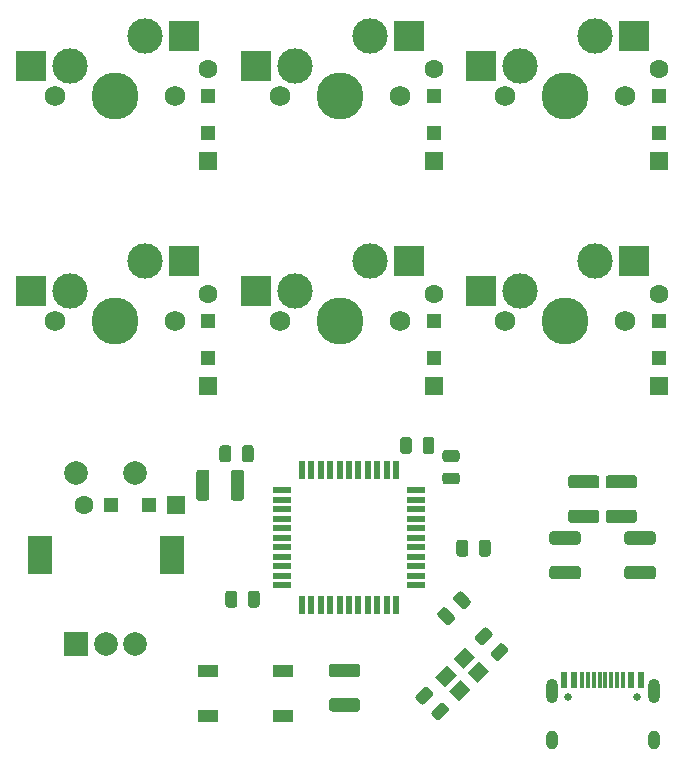
<source format=gbr>
%TF.GenerationSoftware,KiCad,Pcbnew,(5.1.8)-1*%
%TF.CreationDate,2020-11-20T23:41:01-06:00*%
%TF.ProjectId,testpcb,74657374-7063-4622-9e6b-696361645f70,0*%
%TF.SameCoordinates,Original*%
%TF.FileFunction,Soldermask,Bot*%
%TF.FilePolarity,Negative*%
%FSLAX46Y46*%
G04 Gerber Fmt 4.6, Leading zero omitted, Abs format (unit mm)*
G04 Created by KiCad (PCBNEW (5.1.8)-1) date 2020-11-20 23:41:01*
%MOMM*%
%LPD*%
G01*
G04 APERTURE LIST*
%ADD10R,1.500000X0.550000*%
%ADD11R,0.550000X1.500000*%
%ADD12R,2.550000X2.500000*%
%ADD13C,1.750000*%
%ADD14C,3.000000*%
%ADD15C,3.987800*%
%ADD16R,0.600000X1.450000*%
%ADD17R,0.300000X1.450000*%
%ADD18C,0.650000*%
%ADD19O,1.000000X2.100000*%
%ADD20O,1.000000X1.600000*%
%ADD21C,0.100000*%
%ADD22C,1.600000*%
%ADD23R,1.600000X1.600000*%
%ADD24R,1.200000X1.200000*%
%ADD25R,1.700000X1.000000*%
%ADD26R,2.000000X2.000000*%
%ADD27C,2.000000*%
%ADD28R,2.000000X3.200000*%
G04 APERTURE END LIST*
D10*
%TO.C,U1*%
X82662000Y-66739000D03*
X82662000Y-67539000D03*
X82662000Y-68339000D03*
X82662000Y-69139000D03*
X82662000Y-69939000D03*
X82662000Y-70739000D03*
X82662000Y-71539000D03*
X82662000Y-72339000D03*
X82662000Y-73139000D03*
X82662000Y-73939000D03*
X82662000Y-74739000D03*
D11*
X80962000Y-76439000D03*
X80162000Y-76439000D03*
X79362000Y-76439000D03*
X78562000Y-76439000D03*
X77762000Y-76439000D03*
X76962000Y-76439000D03*
X76162000Y-76439000D03*
X75362000Y-76439000D03*
X74562000Y-76439000D03*
X73762000Y-76439000D03*
X72962000Y-76439000D03*
D10*
X71262000Y-74739000D03*
X71262000Y-73939000D03*
X71262000Y-73139000D03*
X71262000Y-72339000D03*
X71262000Y-71539000D03*
X71262000Y-70739000D03*
X71262000Y-69939000D03*
X71262000Y-69139000D03*
X71262000Y-68339000D03*
X71262000Y-67539000D03*
X71262000Y-66739000D03*
D11*
X72962000Y-65039000D03*
X73762000Y-65039000D03*
X74562000Y-65039000D03*
X75362000Y-65039000D03*
X76162000Y-65039000D03*
X76962000Y-65039000D03*
X77762000Y-65039000D03*
X78562000Y-65039000D03*
X79362000Y-65039000D03*
X80162000Y-65039000D03*
X80962000Y-65039000D03*
%TD*%
D12*
%TO.C,K6*%
X101092000Y-47307500D03*
X88165000Y-49847500D03*
D13*
X100330000Y-52387500D03*
X90170000Y-52387500D03*
D14*
X91440000Y-49847500D03*
D15*
X95250000Y-52387500D03*
D14*
X97790000Y-47307500D03*
%TD*%
D12*
%TO.C,K5*%
X101092000Y-28257500D03*
X88165000Y-30797500D03*
D13*
X100330000Y-33337500D03*
X90170000Y-33337500D03*
D14*
X91440000Y-30797500D03*
D15*
X95250000Y-33337500D03*
D14*
X97790000Y-28257500D03*
%TD*%
D12*
%TO.C,K4*%
X82042000Y-47307500D03*
X69115000Y-49847500D03*
D13*
X81280000Y-52387500D03*
X71120000Y-52387500D03*
D14*
X72390000Y-49847500D03*
D15*
X76200000Y-52387500D03*
D14*
X78740000Y-47307500D03*
%TD*%
D12*
%TO.C,K3*%
X82042000Y-28257500D03*
X69115000Y-30797500D03*
D13*
X81280000Y-33337500D03*
X71120000Y-33337500D03*
D14*
X72390000Y-30797500D03*
D15*
X76200000Y-33337500D03*
D14*
X78740000Y-28257500D03*
%TD*%
D12*
%TO.C,K2*%
X62992000Y-47307500D03*
X50065000Y-49847500D03*
D13*
X62230000Y-52387500D03*
X52070000Y-52387500D03*
D14*
X53340000Y-49847500D03*
D15*
X57150000Y-52387500D03*
D14*
X59690000Y-47307500D03*
%TD*%
D12*
%TO.C,K1*%
X62992000Y-28257500D03*
X50065000Y-30797500D03*
D13*
X62230000Y-33337500D03*
X52070000Y-33337500D03*
D14*
X53340000Y-30797500D03*
D15*
X57150000Y-33337500D03*
D14*
X59690000Y-28257500D03*
%TD*%
D16*
%TO.C,J1*%
X95200000Y-82792500D03*
X101650000Y-82792500D03*
X95975000Y-82792500D03*
X100875000Y-82792500D03*
D17*
X100175000Y-82792500D03*
X96675000Y-82792500D03*
X99675000Y-82792500D03*
X97175000Y-82792500D03*
X99175000Y-82792500D03*
X97675000Y-82792500D03*
X98175000Y-82792500D03*
X98675000Y-82792500D03*
D18*
X95535000Y-84237500D03*
X101315000Y-84237500D03*
D19*
X102745000Y-83707500D03*
X94105000Y-83707500D03*
D20*
X102745000Y-87887500D03*
X94105000Y-87887500D03*
%TD*%
D21*
%TO.C,Y1*%
G36*
X86797988Y-79997903D02*
G01*
X87646516Y-80846431D01*
X86656566Y-81836381D01*
X85808038Y-80987853D01*
X86797988Y-79997903D01*
G37*
G36*
X85242353Y-81553538D02*
G01*
X86090881Y-82402066D01*
X85100931Y-83392016D01*
X84252403Y-82543488D01*
X85242353Y-81553538D01*
G37*
G36*
X86444434Y-82755619D02*
G01*
X87292962Y-83604147D01*
X86303012Y-84594097D01*
X85454484Y-83745569D01*
X86444434Y-82755619D01*
G37*
G36*
X88000069Y-81199984D02*
G01*
X88848597Y-82048512D01*
X87858647Y-83038462D01*
X87010119Y-82189934D01*
X88000069Y-81199984D01*
G37*
%TD*%
%TO.C,C1*%
G36*
G01*
X83992822Y-85426573D02*
X84664573Y-84754822D01*
G75*
G02*
X85018127Y-84754822I176777J-176777D01*
G01*
X85371680Y-85108375D01*
G75*
G02*
X85371680Y-85461929I-176777J-176777D01*
G01*
X84699929Y-86133680D01*
G75*
G02*
X84346375Y-86133680I-176777J176777D01*
G01*
X83992822Y-85780127D01*
G75*
G02*
X83992822Y-85426573I176777J176777D01*
G01*
G37*
G36*
G01*
X82649320Y-84083071D02*
X83321071Y-83411320D01*
G75*
G02*
X83674625Y-83411320I176777J-176777D01*
G01*
X84028178Y-83764873D01*
G75*
G02*
X84028178Y-84118427I-176777J-176777D01*
G01*
X83356427Y-84790178D01*
G75*
G02*
X83002873Y-84790178I-176777J176777D01*
G01*
X82649320Y-84436625D01*
G75*
G02*
X82649320Y-84083071I176777J176777D01*
G01*
G37*
%TD*%
%TO.C,C2*%
G36*
G01*
X87665820Y-79066571D02*
X88337571Y-78394820D01*
G75*
G02*
X88691125Y-78394820I176777J-176777D01*
G01*
X89044678Y-78748373D01*
G75*
G02*
X89044678Y-79101927I-176777J-176777D01*
G01*
X88372927Y-79773678D01*
G75*
G02*
X88019373Y-79773678I-176777J176777D01*
G01*
X87665820Y-79420125D01*
G75*
G02*
X87665820Y-79066571I176777J176777D01*
G01*
G37*
G36*
G01*
X89009322Y-80410073D02*
X89681073Y-79738322D01*
G75*
G02*
X90034627Y-79738322I176777J-176777D01*
G01*
X90388180Y-80091875D01*
G75*
G02*
X90388180Y-80445429I-176777J-176777D01*
G01*
X89716429Y-81117180D01*
G75*
G02*
X89362875Y-81117180I-176777J176777D01*
G01*
X89009322Y-80763627D01*
G75*
G02*
X89009322Y-80410073I176777J176777D01*
G01*
G37*
%TD*%
%TO.C,C3*%
G36*
G01*
X86073000Y-66220000D02*
X85123000Y-66220000D01*
G75*
G02*
X84873000Y-65970000I0J250000D01*
G01*
X84873000Y-65470000D01*
G75*
G02*
X85123000Y-65220000I250000J0D01*
G01*
X86073000Y-65220000D01*
G75*
G02*
X86323000Y-65470000I0J-250000D01*
G01*
X86323000Y-65970000D01*
G75*
G02*
X86073000Y-66220000I-250000J0D01*
G01*
G37*
G36*
G01*
X86073000Y-64320000D02*
X85123000Y-64320000D01*
G75*
G02*
X84873000Y-64070000I0J250000D01*
G01*
X84873000Y-63570000D01*
G75*
G02*
X85123000Y-63320000I250000J0D01*
G01*
X86073000Y-63320000D01*
G75*
G02*
X86323000Y-63570000I0J-250000D01*
G01*
X86323000Y-64070000D01*
G75*
G02*
X86073000Y-64320000I-250000J0D01*
G01*
G37*
%TD*%
%TO.C,C4*%
G36*
G01*
X66987000Y-63152000D02*
X66987000Y-64102000D01*
G75*
G02*
X66737000Y-64352000I-250000J0D01*
G01*
X66237000Y-64352000D01*
G75*
G02*
X65987000Y-64102000I0J250000D01*
G01*
X65987000Y-63152000D01*
G75*
G02*
X66237000Y-62902000I250000J0D01*
G01*
X66737000Y-62902000D01*
G75*
G02*
X66987000Y-63152000I0J-250000D01*
G01*
G37*
G36*
G01*
X68887000Y-63152000D02*
X68887000Y-64102000D01*
G75*
G02*
X68637000Y-64352000I-250000J0D01*
G01*
X68137000Y-64352000D01*
G75*
G02*
X67887000Y-64102000I0J250000D01*
G01*
X67887000Y-63152000D01*
G75*
G02*
X68137000Y-62902000I250000J0D01*
G01*
X68637000Y-62902000D01*
G75*
G02*
X68887000Y-63152000I0J-250000D01*
G01*
G37*
%TD*%
%TO.C,C5*%
G36*
G01*
X85162571Y-78069180D02*
X84490820Y-77397429D01*
G75*
G02*
X84490820Y-77043875I176777J176777D01*
G01*
X84844373Y-76690322D01*
G75*
G02*
X85197927Y-76690322I176777J-176777D01*
G01*
X85869678Y-77362073D01*
G75*
G02*
X85869678Y-77715627I-176777J-176777D01*
G01*
X85516125Y-78069180D01*
G75*
G02*
X85162571Y-78069180I-176777J176777D01*
G01*
G37*
G36*
G01*
X86506073Y-76725678D02*
X85834322Y-76053927D01*
G75*
G02*
X85834322Y-75700373I176777J176777D01*
G01*
X86187875Y-75346820D01*
G75*
G02*
X86541429Y-75346820I176777J-176777D01*
G01*
X87213180Y-76018571D01*
G75*
G02*
X87213180Y-76372125I-176777J-176777D01*
G01*
X86859627Y-76725678D01*
G75*
G02*
X86506073Y-76725678I-176777J176777D01*
G01*
G37*
%TD*%
%TO.C,C6*%
G36*
G01*
X67495000Y-75471000D02*
X67495000Y-76421000D01*
G75*
G02*
X67245000Y-76671000I-250000J0D01*
G01*
X66745000Y-76671000D01*
G75*
G02*
X66495000Y-76421000I0J250000D01*
G01*
X66495000Y-75471000D01*
G75*
G02*
X66745000Y-75221000I250000J0D01*
G01*
X67245000Y-75221000D01*
G75*
G02*
X67495000Y-75471000I0J-250000D01*
G01*
G37*
G36*
G01*
X69395000Y-75471000D02*
X69395000Y-76421000D01*
G75*
G02*
X69145000Y-76671000I-250000J0D01*
G01*
X68645000Y-76671000D01*
G75*
G02*
X68395000Y-76421000I0J250000D01*
G01*
X68395000Y-75471000D01*
G75*
G02*
X68645000Y-75221000I250000J0D01*
G01*
X69145000Y-75221000D01*
G75*
G02*
X69395000Y-75471000I0J-250000D01*
G01*
G37*
%TD*%
%TO.C,C7*%
G36*
G01*
X81290500Y-63403500D02*
X81290500Y-62453500D01*
G75*
G02*
X81540500Y-62203500I250000J0D01*
G01*
X82040500Y-62203500D01*
G75*
G02*
X82290500Y-62453500I0J-250000D01*
G01*
X82290500Y-63403500D01*
G75*
G02*
X82040500Y-63653500I-250000J0D01*
G01*
X81540500Y-63653500D01*
G75*
G02*
X81290500Y-63403500I0J250000D01*
G01*
G37*
G36*
G01*
X83190500Y-63403500D02*
X83190500Y-62453500D01*
G75*
G02*
X83440500Y-62203500I250000J0D01*
G01*
X83940500Y-62203500D01*
G75*
G02*
X84190500Y-62453500I0J-250000D01*
G01*
X84190500Y-63403500D01*
G75*
G02*
X83940500Y-63653500I-250000J0D01*
G01*
X83440500Y-63653500D01*
G75*
G02*
X83190500Y-63403500I0J250000D01*
G01*
G37*
%TD*%
%TO.C,C8*%
G36*
G01*
X87953000Y-72103000D02*
X87953000Y-71153000D01*
G75*
G02*
X88203000Y-70903000I250000J0D01*
G01*
X88703000Y-70903000D01*
G75*
G02*
X88953000Y-71153000I0J-250000D01*
G01*
X88953000Y-72103000D01*
G75*
G02*
X88703000Y-72353000I-250000J0D01*
G01*
X88203000Y-72353000D01*
G75*
G02*
X87953000Y-72103000I0J250000D01*
G01*
G37*
G36*
G01*
X86053000Y-72103000D02*
X86053000Y-71153000D01*
G75*
G02*
X86303000Y-70903000I250000J0D01*
G01*
X86803000Y-70903000D01*
G75*
G02*
X87053000Y-71153000I0J-250000D01*
G01*
X87053000Y-72103000D01*
G75*
G02*
X86803000Y-72353000I-250000J0D01*
G01*
X86303000Y-72353000D01*
G75*
G02*
X86053000Y-72103000I0J250000D01*
G01*
G37*
%TD*%
D22*
%TO.C,D1*%
X65024000Y-31025000D03*
D23*
X65024000Y-38825000D03*
D24*
X65024000Y-36500000D03*
X65024000Y-33350000D03*
%TD*%
%TO.C,D2*%
X65024000Y-52400000D03*
X65024000Y-55550000D03*
D23*
X65024000Y-57875000D03*
D22*
X65024000Y-50075000D03*
%TD*%
%TO.C,D3*%
X84137500Y-31025000D03*
D23*
X84137500Y-38825000D03*
D24*
X84137500Y-36500000D03*
X84137500Y-33350000D03*
%TD*%
%TO.C,D4*%
X84137500Y-52400000D03*
X84137500Y-55550000D03*
D23*
X84137500Y-57875000D03*
D22*
X84137500Y-50075000D03*
%TD*%
D24*
%TO.C,D5*%
X103187500Y-33350000D03*
X103187500Y-36500000D03*
D23*
X103187500Y-38825000D03*
D22*
X103187500Y-31025000D03*
%TD*%
D24*
%TO.C,D6*%
X103187500Y-52400000D03*
X103187500Y-55550000D03*
D23*
X103187500Y-57875000D03*
D22*
X103187500Y-50075000D03*
%TD*%
%TO.C,D7*%
X54520000Y-67945000D03*
D23*
X62320000Y-67945000D03*
D24*
X59995000Y-67945000D03*
X56845000Y-67945000D03*
%TD*%
%TO.C,R1*%
G36*
G01*
X77656003Y-85464000D02*
X75505997Y-85464000D01*
G75*
G02*
X75256000Y-85214003I0J249997D01*
G01*
X75256000Y-84588997D01*
G75*
G02*
X75505997Y-84339000I249997J0D01*
G01*
X77656003Y-84339000D01*
G75*
G02*
X77906000Y-84588997I0J-249997D01*
G01*
X77906000Y-85214003D01*
G75*
G02*
X77656003Y-85464000I-249997J0D01*
G01*
G37*
G36*
G01*
X77656003Y-82539000D02*
X75505997Y-82539000D01*
G75*
G02*
X75256000Y-82289003I0J249997D01*
G01*
X75256000Y-81663997D01*
G75*
G02*
X75505997Y-81414000I249997J0D01*
G01*
X77656003Y-81414000D01*
G75*
G02*
X77906000Y-81663997I0J-249997D01*
G01*
X77906000Y-82289003D01*
G75*
G02*
X77656003Y-82539000I-249997J0D01*
G01*
G37*
%TD*%
%TO.C,R2*%
G36*
G01*
X66940000Y-67369003D02*
X66940000Y-65218997D01*
G75*
G02*
X67189997Y-64969000I249997J0D01*
G01*
X67815003Y-64969000D01*
G75*
G02*
X68065000Y-65218997I0J-249997D01*
G01*
X68065000Y-67369003D01*
G75*
G02*
X67815003Y-67619000I-249997J0D01*
G01*
X67189997Y-67619000D01*
G75*
G02*
X66940000Y-67369003I0J249997D01*
G01*
G37*
G36*
G01*
X64015000Y-67369003D02*
X64015000Y-65218997D01*
G75*
G02*
X64264997Y-64969000I249997J0D01*
G01*
X64890003Y-64969000D01*
G75*
G02*
X65140000Y-65218997I0J-249997D01*
G01*
X65140000Y-67369003D01*
G75*
G02*
X64890003Y-67619000I-249997J0D01*
G01*
X64264997Y-67619000D01*
G75*
G02*
X64015000Y-67369003I0J249997D01*
G01*
G37*
%TD*%
%TO.C,R3*%
G36*
G01*
X100524997Y-73131250D02*
X102675003Y-73131250D01*
G75*
G02*
X102925000Y-73381247I0J-249997D01*
G01*
X102925000Y-74006253D01*
G75*
G02*
X102675003Y-74256250I-249997J0D01*
G01*
X100524997Y-74256250D01*
G75*
G02*
X100275000Y-74006253I0J249997D01*
G01*
X100275000Y-73381247D01*
G75*
G02*
X100524997Y-73131250I249997J0D01*
G01*
G37*
G36*
G01*
X100524997Y-70206250D02*
X102675003Y-70206250D01*
G75*
G02*
X102925000Y-70456247I0J-249997D01*
G01*
X102925000Y-71081253D01*
G75*
G02*
X102675003Y-71331250I-249997J0D01*
G01*
X100524997Y-71331250D01*
G75*
G02*
X100275000Y-71081253I0J249997D01*
G01*
X100275000Y-70456247D01*
G75*
G02*
X100524997Y-70206250I249997J0D01*
G01*
G37*
%TD*%
%TO.C,R4*%
G36*
G01*
X94174997Y-70206250D02*
X96325003Y-70206250D01*
G75*
G02*
X96575000Y-70456247I0J-249997D01*
G01*
X96575000Y-71081253D01*
G75*
G02*
X96325003Y-71331250I-249997J0D01*
G01*
X94174997Y-71331250D01*
G75*
G02*
X93925000Y-71081253I0J249997D01*
G01*
X93925000Y-70456247D01*
G75*
G02*
X94174997Y-70206250I249997J0D01*
G01*
G37*
G36*
G01*
X94174997Y-73131250D02*
X96325003Y-73131250D01*
G75*
G02*
X96575000Y-73381247I0J-249997D01*
G01*
X96575000Y-74006253D01*
G75*
G02*
X96325003Y-74256250I-249997J0D01*
G01*
X94174997Y-74256250D01*
G75*
G02*
X93925000Y-74006253I0J249997D01*
G01*
X93925000Y-73381247D01*
G75*
G02*
X94174997Y-73131250I249997J0D01*
G01*
G37*
%TD*%
%TO.C,R5*%
G36*
G01*
X98937497Y-68368750D02*
X101087503Y-68368750D01*
G75*
G02*
X101337500Y-68618747I0J-249997D01*
G01*
X101337500Y-69243753D01*
G75*
G02*
X101087503Y-69493750I-249997J0D01*
G01*
X98937497Y-69493750D01*
G75*
G02*
X98687500Y-69243753I0J249997D01*
G01*
X98687500Y-68618747D01*
G75*
G02*
X98937497Y-68368750I249997J0D01*
G01*
G37*
G36*
G01*
X98937497Y-65443750D02*
X101087503Y-65443750D01*
G75*
G02*
X101337500Y-65693747I0J-249997D01*
G01*
X101337500Y-66318753D01*
G75*
G02*
X101087503Y-66568750I-249997J0D01*
G01*
X98937497Y-66568750D01*
G75*
G02*
X98687500Y-66318753I0J249997D01*
G01*
X98687500Y-65693747D01*
G75*
G02*
X98937497Y-65443750I249997J0D01*
G01*
G37*
%TD*%
%TO.C,R6*%
G36*
G01*
X95762497Y-65443750D02*
X97912503Y-65443750D01*
G75*
G02*
X98162500Y-65693747I0J-249997D01*
G01*
X98162500Y-66318753D01*
G75*
G02*
X97912503Y-66568750I-249997J0D01*
G01*
X95762497Y-66568750D01*
G75*
G02*
X95512500Y-66318753I0J249997D01*
G01*
X95512500Y-65693747D01*
G75*
G02*
X95762497Y-65443750I249997J0D01*
G01*
G37*
G36*
G01*
X95762497Y-68368750D02*
X97912503Y-68368750D01*
G75*
G02*
X98162500Y-68618747I0J-249997D01*
G01*
X98162500Y-69243753D01*
G75*
G02*
X97912503Y-69493750I-249997J0D01*
G01*
X95762497Y-69493750D01*
G75*
G02*
X95512500Y-69243753I0J249997D01*
G01*
X95512500Y-68618747D01*
G75*
G02*
X95762497Y-68368750I249997J0D01*
G01*
G37*
%TD*%
D25*
%TO.C,SW1*%
X65049000Y-85847000D03*
X71349000Y-85847000D03*
X65049000Y-82047000D03*
X71349000Y-82047000D03*
%TD*%
D26*
%TO.C,SW2*%
X53856250Y-79731250D03*
D27*
X56356250Y-79731250D03*
X58856250Y-79731250D03*
D28*
X50756250Y-72231250D03*
X61956250Y-72231250D03*
D27*
X53856250Y-65231250D03*
X58856250Y-65231250D03*
%TD*%
M02*

</source>
